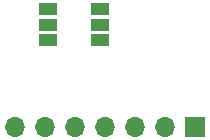
<source format=gbr>
G04 #@! TF.GenerationSoftware,KiCad,Pcbnew,(5.1.4)-1*
G04 #@! TF.CreationDate,2019-12-05T12:54:36-06:00*
G04 #@! TF.ProjectId,LTC3388_v004,4c544333-3338-4385-9f76-3030342e6b69,rev?*
G04 #@! TF.SameCoordinates,Original*
G04 #@! TF.FileFunction,Soldermask,Bot*
G04 #@! TF.FilePolarity,Negative*
%FSLAX46Y46*%
G04 Gerber Fmt 4.6, Leading zero omitted, Abs format (unit mm)*
G04 Created by KiCad (PCBNEW (5.1.4)-1) date 2019-12-05 12:54:36*
%MOMM*%
%LPD*%
G04 APERTURE LIST*
%ADD10R,1.700000X1.700000*%
%ADD11O,1.700000X1.700000*%
%ADD12R,1.500000X1.000000*%
G04 APERTURE END LIST*
D10*
X165100000Y-108966000D03*
D11*
X162560000Y-108966000D03*
X160020000Y-108966000D03*
X157480000Y-108966000D03*
X154940000Y-108966000D03*
X152400000Y-108966000D03*
X149860000Y-108966000D03*
D12*
X152654000Y-99030000D03*
X152654000Y-100330000D03*
X152654000Y-101630000D03*
X157022800Y-101630000D03*
X157022800Y-100330000D03*
X157022800Y-99030000D03*
M02*

</source>
